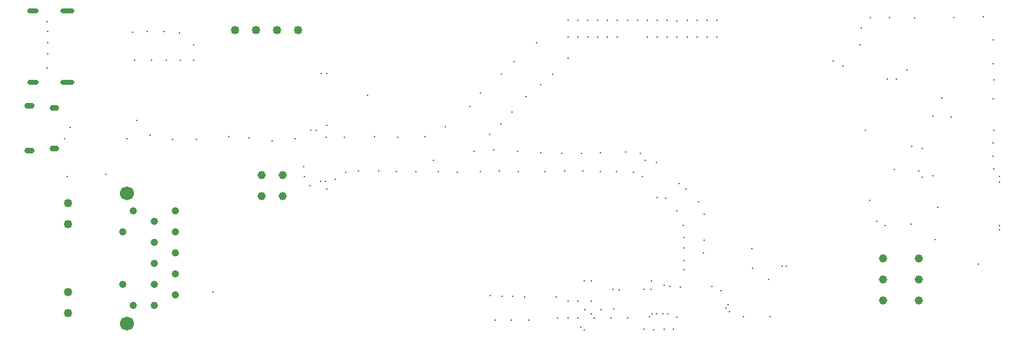
<source format=gbr>
%TF.GenerationSoftware,KiCad,Pcbnew,8.0.4*%
%TF.CreationDate,2024-11-24T01:25:45+11:00*%
%TF.ProjectId,cm4-bare-minimum,636d342d-6261-4726-952d-6d696e696d75,V0.1*%
%TF.SameCoordinates,Original*%
%TF.FileFunction,Plated,1,2,PTH,Mixed*%
%TF.FilePolarity,Positive*%
%FSLAX46Y46*%
G04 Gerber Fmt 4.6, Leading zero omitted, Abs format (unit mm)*
G04 Created by KiCad (PCBNEW 8.0.4) date 2024-11-24 01:25:45*
%MOMM*%
%LPD*%
G01*
G04 APERTURE LIST*
%TA.AperFunction,ViaDrill*%
%ADD10C,0.200000*%
%TD*%
%TA.AperFunction,ViaDrill*%
%ADD11C,0.300000*%
%TD*%
G04 aperture for slot hole*
%TA.AperFunction,ComponentDrill*%
%ADD12C,0.600000*%
%TD*%
G04 aperture for slot hole*
%TA.AperFunction,ComponentDrill*%
%ADD13C,0.650000*%
%TD*%
G04 aperture for slot hole*
%TA.AperFunction,ComponentDrill*%
%ADD14C,0.700000*%
%TD*%
%TA.AperFunction,ComponentDrill*%
%ADD15C,0.900000*%
%TD*%
%TA.AperFunction,ComponentDrill*%
%ADD16C,1.000000*%
%TD*%
%TA.AperFunction,ComponentDrill*%
%ADD17C,1.020000*%
%TD*%
%TA.AperFunction,ComponentDrill*%
%ADD18C,1.700000*%
%TD*%
G04 APERTURE END LIST*
D10*
X44625000Y-57750000D03*
X44650000Y-52150000D03*
X44725000Y-53375000D03*
X44725000Y-56075000D03*
X44750000Y-54700000D03*
X47050000Y-70875000D03*
X51700000Y-70575000D03*
X54925000Y-53400000D03*
X55200000Y-56800000D03*
X55475000Y-64100000D03*
X56700000Y-53325000D03*
X57050000Y-65850000D03*
X57250000Y-56800000D03*
X58775000Y-53325000D03*
X59025000Y-56775000D03*
X59775000Y-66400000D03*
X60650000Y-53525000D03*
X60750000Y-56775000D03*
X62300000Y-54975000D03*
X62300000Y-56775000D03*
X62675000Y-66400000D03*
X64700000Y-84800000D03*
X66525000Y-66025000D03*
X69050000Y-66225000D03*
X71825000Y-66500000D03*
X74600000Y-66300000D03*
X75650000Y-69700000D03*
X75725000Y-70875000D03*
X76350000Y-71950000D03*
X76425000Y-65300000D03*
X77100000Y-65300000D03*
X77667775Y-71458832D03*
X77725000Y-58425000D03*
X78237199Y-71462570D03*
X78300000Y-66125000D03*
X78375000Y-58450000D03*
X78375000Y-64650000D03*
X78375000Y-72375000D03*
X79425000Y-71175000D03*
X80550000Y-66125000D03*
X80675000Y-70325000D03*
X82200000Y-70150000D03*
X84125000Y-66000000D03*
X84650000Y-70200000D03*
X86750000Y-70225000D03*
X86925000Y-66125000D03*
X89150000Y-70275000D03*
X90250000Y-66075000D03*
X91850000Y-70225000D03*
X92725000Y-64825000D03*
X94175000Y-70325000D03*
X95650000Y-62425000D03*
X96175000Y-67800000D03*
X96975000Y-60825000D03*
X96975000Y-70300000D03*
X98050000Y-65775000D03*
X98125000Y-85225000D03*
X98575000Y-67675000D03*
X98700000Y-88200000D03*
X99200000Y-70200000D03*
X99400000Y-64475000D03*
X99450000Y-58475000D03*
X99575000Y-85325000D03*
X100650000Y-88200000D03*
X100725000Y-63050000D03*
X100875000Y-85350000D03*
X100975000Y-56975000D03*
X101425000Y-67775000D03*
X101500000Y-70250000D03*
X102250000Y-85400000D03*
X102475000Y-61200000D03*
X102800000Y-88200000D03*
X103700000Y-54650000D03*
X104225000Y-59750000D03*
X104275000Y-67975000D03*
X104750000Y-70275000D03*
X105675000Y-58525000D03*
X106075000Y-85400000D03*
X106292703Y-87957460D03*
X106750000Y-68025000D03*
X107125000Y-70175000D03*
X107499999Y-85925279D03*
X107500000Y-56575000D03*
X107500001Y-52005279D03*
X107500001Y-54024721D03*
X107500001Y-87944721D03*
X108695244Y-87937031D03*
X108699999Y-52005279D03*
X108699999Y-85925279D03*
X108700001Y-54024721D03*
X109100000Y-89075000D03*
X109175000Y-68025000D03*
X109300000Y-70200000D03*
X109500000Y-83475000D03*
X109506869Y-89365620D03*
X109525000Y-86925000D03*
X109899999Y-52005279D03*
X109900001Y-54024721D03*
X110299999Y-85925279D03*
X110300000Y-83475000D03*
X110300000Y-87450000D03*
X110699999Y-87944721D03*
X111100001Y-52005279D03*
X111100001Y-54024722D03*
X111400000Y-67975000D03*
X111425000Y-70250000D03*
X111525000Y-86925000D03*
X112299999Y-54024721D03*
X112300001Y-52005279D03*
X112699999Y-87944721D03*
X112925000Y-84500000D03*
X113050000Y-86900000D03*
X113400000Y-70250000D03*
X113499999Y-52005279D03*
X113499999Y-54024722D03*
X113750000Y-84550000D03*
X114450000Y-67875000D03*
X114699999Y-52005279D03*
X114700001Y-87944721D03*
X115400000Y-70325000D03*
X115896757Y-52010570D03*
X116225000Y-68075000D03*
X116550000Y-70850000D03*
X116675000Y-84525000D03*
X116675000Y-89300000D03*
X117099999Y-54024721D03*
X117100001Y-52005279D03*
X117325643Y-87798327D03*
X117550000Y-84500000D03*
X117625000Y-83475000D03*
X117722653Y-87494377D03*
X117875000Y-89425000D03*
X118200000Y-69150000D03*
X118234481Y-87440519D03*
X118299999Y-52005279D03*
X118300001Y-54024721D03*
X118975000Y-87425000D03*
X119125000Y-89300000D03*
X119150000Y-84000000D03*
X119275000Y-73475000D03*
X119499999Y-52005279D03*
X119500001Y-54024721D03*
X119570343Y-87454657D03*
X119825000Y-84175000D03*
X120275000Y-89325000D03*
X120634139Y-87864846D03*
X120699874Y-52025000D03*
X120700000Y-75000000D03*
X120700001Y-54024721D03*
X120925000Y-71725000D03*
X121112500Y-84212500D03*
X121425000Y-76750000D03*
X121475000Y-78200000D03*
X121475000Y-79475000D03*
X121475000Y-81000000D03*
X121475000Y-82125000D03*
X121725000Y-72400000D03*
X121899999Y-52005279D03*
X121900001Y-54024721D03*
X123099999Y-52005278D03*
X123100001Y-54024721D03*
X123325000Y-73875000D03*
X123875000Y-80125000D03*
X123950000Y-75450000D03*
X123950000Y-78600000D03*
X124300001Y-54024721D03*
X124303210Y-52010518D03*
X125499999Y-52005278D03*
X125500001Y-54024722D03*
X125950000Y-84625000D03*
X126590276Y-86816483D03*
X126825000Y-86375000D03*
X127025000Y-87225000D03*
X128669301Y-87769301D03*
X129750000Y-79600000D03*
X131905699Y-87769301D03*
X133400000Y-81725000D03*
X133900003Y-81725000D03*
X139575000Y-56850000D03*
X142750000Y-54900000D03*
X142925000Y-52950000D03*
X143400000Y-65300000D03*
X143900000Y-73775000D03*
X144000000Y-51650000D03*
X144775000Y-76275000D03*
X145800000Y-76800000D03*
X146075000Y-59050000D03*
X146350000Y-51650000D03*
X146925000Y-69975000D03*
X147150000Y-59050000D03*
X148450000Y-57950000D03*
X148925000Y-76575000D03*
X149025000Y-67250000D03*
X149350000Y-51700000D03*
X149875000Y-70150000D03*
X150250000Y-70925000D03*
X150300000Y-67450000D03*
X151575000Y-63550000D03*
X151575000Y-70800000D03*
X151829657Y-78445343D03*
X152175000Y-74625000D03*
X152700000Y-61400000D03*
X153775000Y-63625000D03*
X154075000Y-51675000D03*
X157100000Y-81475000D03*
X157675000Y-51550000D03*
X158850000Y-54375000D03*
X158850000Y-68425000D03*
X158875000Y-57225000D03*
X158875000Y-61500000D03*
X158875000Y-66800000D03*
X158900000Y-59200000D03*
X158925000Y-65250000D03*
X158950000Y-69900000D03*
X159575000Y-70900000D03*
X159575000Y-71500000D03*
X159575000Y-76750000D03*
X159575000Y-77304999D03*
D11*
X46775000Y-66325000D03*
X47400000Y-64950000D03*
X54275000Y-66250000D03*
X83325000Y-61000000D03*
X91275000Y-68925000D03*
X116875000Y-68950000D03*
X118325000Y-73375000D03*
X124872500Y-84172500D03*
X129825000Y-81925000D03*
X131725000Y-83325000D03*
X140725000Y-57450000D03*
D12*
%TO.C,J4*%
X42500000Y-50775000D02*
X43300000Y-50775000D01*
X42500000Y-59415000D02*
X43300000Y-59415000D01*
X46530000Y-50775000D02*
X47630000Y-50775000D01*
X46530000Y-59415000D02*
X47630000Y-59415000D01*
D13*
%TO.C,J2*%
X45730000Y-62600000D02*
X45330000Y-62600000D01*
X45730000Y-67450000D02*
X45330000Y-67450000D01*
D14*
X42750000Y-62300000D02*
X42250000Y-62300000D01*
X42750000Y-67750000D02*
X42250000Y-67750000D01*
D15*
%TO.C,U5*%
X53797500Y-77550000D03*
X53797500Y-83900000D03*
X55067500Y-75010000D03*
X55067500Y-86440000D03*
X57587500Y-76280000D03*
X57587500Y-78820000D03*
X57587500Y-81360000D03*
X57587500Y-83900000D03*
X57587500Y-86440000D03*
X60127500Y-75010000D03*
X60127500Y-77550000D03*
X60127500Y-80090000D03*
X60127500Y-82630000D03*
X60127500Y-85170000D03*
D16*
%TO.C,J7*%
X70575000Y-70700000D03*
X70575000Y-73240000D03*
X73115000Y-70700000D03*
X73115000Y-73240000D03*
%TO.C,J5*%
X145525000Y-80725000D03*
X145525000Y-83265000D03*
X145525000Y-85805000D03*
%TO.C,J6*%
X149850000Y-80750000D03*
X149850000Y-83290000D03*
X149850000Y-85830000D03*
D17*
%TO.C,U5*%
X47177500Y-74095000D03*
X47177500Y-76635000D03*
X47177500Y-84815000D03*
X47177500Y-87355000D03*
%TO.C,J1*%
X67355000Y-53200000D03*
X69895000Y-53200000D03*
X72435000Y-53200000D03*
X74975000Y-53200000D03*
D18*
%TO.C,U5*%
X54287500Y-72850000D03*
X54287500Y-88600000D03*
M02*

</source>
